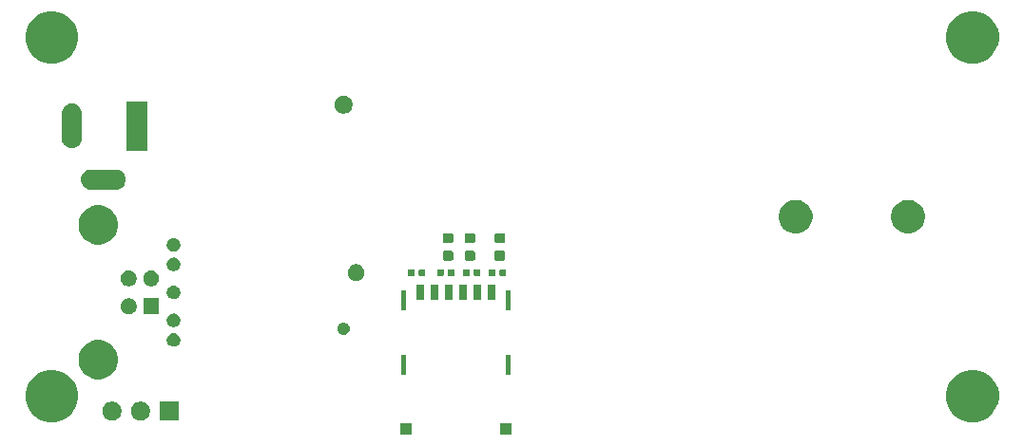
<source format=gbr>
G04 #@! TF.GenerationSoftware,KiCad,Pcbnew,(5.1.6-0-10_14)*
G04 #@! TF.CreationDate,2020-11-21T01:16:02+00:00*
G04 #@! TF.ProjectId,usb3-ngff-carrier,75736233-2d6e-4676-9666-2d6361727269,1*
G04 #@! TF.SameCoordinates,Original*
G04 #@! TF.FileFunction,Soldermask,Bot*
G04 #@! TF.FilePolarity,Negative*
%FSLAX46Y46*%
G04 Gerber Fmt 4.6, Leading zero omitted, Abs format (unit mm)*
G04 Created by KiCad (PCBNEW (5.1.6-0-10_14)) date 2020-11-21 01:16:02*
%MOMM*%
%LPD*%
G01*
G04 APERTURE LIST*
%ADD10C,0.152400*%
G04 APERTURE END LIST*
D10*
G36*
X44980000Y-39440000D02*
G01*
X43950000Y-39440000D01*
X43950000Y-38440000D01*
X44980000Y-38440000D01*
X44980000Y-39440000D01*
G37*
G36*
X36050000Y-39440000D02*
G01*
X35020000Y-39440000D01*
X35020000Y-38440000D01*
X36050000Y-38440000D01*
X36050000Y-39440000D01*
G37*
G36*
X86685470Y-33740309D02*
G01*
X87113143Y-33917457D01*
X87498038Y-34174636D01*
X87825364Y-34501962D01*
X88082543Y-34886857D01*
X88259691Y-35314530D01*
X88350000Y-35768545D01*
X88350000Y-36231455D01*
X88259691Y-36685470D01*
X88082543Y-37113143D01*
X87825364Y-37498038D01*
X87498038Y-37825364D01*
X87113143Y-38082543D01*
X86685470Y-38259691D01*
X86231455Y-38350000D01*
X85768545Y-38350000D01*
X85314530Y-38259691D01*
X84886857Y-38082543D01*
X84501962Y-37825364D01*
X84174636Y-37498038D01*
X83917457Y-37113143D01*
X83740309Y-36685470D01*
X83650000Y-36231455D01*
X83650000Y-35768545D01*
X83740309Y-35314530D01*
X83917457Y-34886857D01*
X84174636Y-34501962D01*
X84501962Y-34174636D01*
X84886857Y-33917457D01*
X85314530Y-33740309D01*
X85768545Y-33650000D01*
X86231455Y-33650000D01*
X86685470Y-33740309D01*
G37*
G36*
X4685470Y-33740309D02*
G01*
X5113143Y-33917457D01*
X5498038Y-34174636D01*
X5825364Y-34501962D01*
X6082543Y-34886857D01*
X6259691Y-35314530D01*
X6350000Y-35768545D01*
X6350000Y-36231455D01*
X6259691Y-36685470D01*
X6082543Y-37113143D01*
X5825364Y-37498038D01*
X5498038Y-37825364D01*
X5113143Y-38082543D01*
X4685470Y-38259691D01*
X4231455Y-38350000D01*
X3768545Y-38350000D01*
X3314530Y-38259691D01*
X2886857Y-38082543D01*
X2501962Y-37825364D01*
X2174636Y-37498038D01*
X1917457Y-37113143D01*
X1740309Y-36685470D01*
X1650000Y-36231455D01*
X1650000Y-35768545D01*
X1740309Y-35314530D01*
X1917457Y-34886857D01*
X2174636Y-34501962D01*
X2501962Y-34174636D01*
X2886857Y-33917457D01*
X3314530Y-33740309D01*
X3768545Y-33650000D01*
X4231455Y-33650000D01*
X4685470Y-33740309D01*
G37*
G36*
X12157936Y-36532665D02*
G01*
X12312627Y-36596739D01*
X12451845Y-36689762D01*
X12570238Y-36808155D01*
X12663261Y-36947373D01*
X12727335Y-37102064D01*
X12760000Y-37266282D01*
X12760000Y-37433718D01*
X12727335Y-37597936D01*
X12663261Y-37752627D01*
X12570238Y-37891845D01*
X12451845Y-38010238D01*
X12312627Y-38103261D01*
X12157936Y-38167335D01*
X11993718Y-38200000D01*
X11826282Y-38200000D01*
X11662064Y-38167335D01*
X11507373Y-38103261D01*
X11368155Y-38010238D01*
X11249762Y-37891845D01*
X11156739Y-37752627D01*
X11092665Y-37597936D01*
X11060000Y-37433718D01*
X11060000Y-37266282D01*
X11092665Y-37102064D01*
X11156739Y-36947373D01*
X11249762Y-36808155D01*
X11368155Y-36689762D01*
X11507373Y-36596739D01*
X11662064Y-36532665D01*
X11826282Y-36500000D01*
X11993718Y-36500000D01*
X12157936Y-36532665D01*
G37*
G36*
X15300000Y-38200000D02*
G01*
X13600000Y-38200000D01*
X13600000Y-36500000D01*
X15300000Y-36500000D01*
X15300000Y-38200000D01*
G37*
G36*
X9617936Y-36532665D02*
G01*
X9772627Y-36596739D01*
X9911845Y-36689762D01*
X10030238Y-36808155D01*
X10123261Y-36947373D01*
X10187335Y-37102064D01*
X10220000Y-37266282D01*
X10220000Y-37433718D01*
X10187335Y-37597936D01*
X10123261Y-37752627D01*
X10030238Y-37891845D01*
X9911845Y-38010238D01*
X9772627Y-38103261D01*
X9617936Y-38167335D01*
X9453718Y-38200000D01*
X9286282Y-38200000D01*
X9122064Y-38167335D01*
X8967373Y-38103261D01*
X8828155Y-38010238D01*
X8709762Y-37891845D01*
X8616739Y-37752627D01*
X8552665Y-37597936D01*
X8520000Y-37433718D01*
X8520000Y-37266282D01*
X8552665Y-37102064D01*
X8616739Y-36947373D01*
X8709762Y-36808155D01*
X8828155Y-36689762D01*
X8967373Y-36596739D01*
X9122064Y-36532665D01*
X9286282Y-36500000D01*
X9453718Y-36500000D01*
X9617936Y-36532665D01*
G37*
G36*
X8660456Y-31087251D02*
G01*
X8978936Y-31219170D01*
X9265560Y-31410686D01*
X9509314Y-31654440D01*
X9700830Y-31941064D01*
X9832749Y-32259544D01*
X9900000Y-32597640D01*
X9900000Y-32942360D01*
X9832749Y-33280456D01*
X9700830Y-33598936D01*
X9509314Y-33885560D01*
X9265560Y-34129314D01*
X8978936Y-34320830D01*
X8660456Y-34452749D01*
X8322360Y-34520000D01*
X7977640Y-34520000D01*
X7639544Y-34452749D01*
X7321064Y-34320830D01*
X7034440Y-34129314D01*
X6790686Y-33885560D01*
X6599170Y-33598936D01*
X6467251Y-33280456D01*
X6400000Y-32942360D01*
X6400000Y-32597640D01*
X6467251Y-32259544D01*
X6599170Y-31941064D01*
X6790686Y-31654440D01*
X7034440Y-31410686D01*
X7321064Y-31219170D01*
X7639544Y-31087251D01*
X7977640Y-31020000D01*
X8322360Y-31020000D01*
X8660456Y-31087251D01*
G37*
G36*
X35580000Y-34120000D02*
G01*
X35100000Y-34120000D01*
X35100000Y-32320000D01*
X35580000Y-32320000D01*
X35580000Y-34120000D01*
G37*
G36*
X44910000Y-34120000D02*
G01*
X44430000Y-34120000D01*
X44430000Y-32320000D01*
X44910000Y-32320000D01*
X44910000Y-34120000D01*
G37*
G36*
X15035014Y-30423058D02*
G01*
X15144207Y-30468286D01*
X15242479Y-30533950D01*
X15326050Y-30617521D01*
X15391714Y-30715793D01*
X15436942Y-30824986D01*
X15460000Y-30940905D01*
X15460000Y-31059095D01*
X15436942Y-31175014D01*
X15391714Y-31284207D01*
X15326050Y-31382479D01*
X15242479Y-31466050D01*
X15144207Y-31531714D01*
X15035014Y-31576942D01*
X14919095Y-31600000D01*
X14800905Y-31600000D01*
X14684986Y-31576942D01*
X14575793Y-31531714D01*
X14477521Y-31466050D01*
X14393950Y-31382479D01*
X14328286Y-31284207D01*
X14283058Y-31175014D01*
X14260000Y-31059095D01*
X14260000Y-30940905D01*
X14283058Y-30824986D01*
X14328286Y-30715793D01*
X14393950Y-30617521D01*
X14477521Y-30533950D01*
X14575793Y-30468286D01*
X14684986Y-30423058D01*
X14800905Y-30400000D01*
X14919095Y-30400000D01*
X15035014Y-30423058D01*
G37*
G36*
X30160430Y-29471136D02*
G01*
X30260522Y-29512596D01*
X30350606Y-29572788D01*
X30427212Y-29649394D01*
X30487404Y-29739478D01*
X30528864Y-29839570D01*
X30550000Y-29945829D01*
X30550000Y-30054171D01*
X30528864Y-30160430D01*
X30487404Y-30260522D01*
X30427212Y-30350606D01*
X30350606Y-30427212D01*
X30260522Y-30487404D01*
X30160430Y-30528864D01*
X30054171Y-30550000D01*
X29945829Y-30550000D01*
X29839570Y-30528864D01*
X29739478Y-30487404D01*
X29649394Y-30427212D01*
X29572788Y-30350606D01*
X29512596Y-30260522D01*
X29471136Y-30160430D01*
X29450000Y-30054171D01*
X29450000Y-29945829D01*
X29471136Y-29839570D01*
X29512596Y-29739478D01*
X29572788Y-29649394D01*
X29649394Y-29572788D01*
X29739478Y-29512596D01*
X29839570Y-29471136D01*
X29945829Y-29450000D01*
X30054171Y-29450000D01*
X30160430Y-29471136D01*
G37*
G36*
X15035014Y-28673058D02*
G01*
X15144207Y-28718286D01*
X15242479Y-28783950D01*
X15326050Y-28867521D01*
X15391714Y-28965793D01*
X15436942Y-29074986D01*
X15460000Y-29190905D01*
X15460000Y-29309095D01*
X15436942Y-29425014D01*
X15391714Y-29534207D01*
X15326050Y-29632479D01*
X15242479Y-29716050D01*
X15144207Y-29781714D01*
X15035014Y-29826942D01*
X14919095Y-29850000D01*
X14800905Y-29850000D01*
X14684986Y-29826942D01*
X14575793Y-29781714D01*
X14477521Y-29716050D01*
X14393950Y-29632479D01*
X14328286Y-29534207D01*
X14283058Y-29425014D01*
X14260000Y-29309095D01*
X14260000Y-29190905D01*
X14283058Y-29074986D01*
X14328286Y-28965793D01*
X14393950Y-28867521D01*
X14477521Y-28783950D01*
X14575793Y-28718286D01*
X14684986Y-28673058D01*
X14800905Y-28650000D01*
X14919095Y-28650000D01*
X15035014Y-28673058D01*
G37*
G36*
X11067100Y-27317285D02*
G01*
X11196311Y-27370806D01*
X11312600Y-27448508D01*
X11411492Y-27547400D01*
X11489194Y-27663689D01*
X11542715Y-27792900D01*
X11570000Y-27930071D01*
X11570000Y-28069929D01*
X11542715Y-28207100D01*
X11489194Y-28336311D01*
X11411492Y-28452600D01*
X11312600Y-28551492D01*
X11196311Y-28629194D01*
X11067100Y-28682715D01*
X10929929Y-28710000D01*
X10790071Y-28710000D01*
X10652900Y-28682715D01*
X10523689Y-28629194D01*
X10407400Y-28551492D01*
X10308508Y-28452600D01*
X10230806Y-28336311D01*
X10177285Y-28207100D01*
X10150000Y-28069929D01*
X10150000Y-27930071D01*
X10177285Y-27792900D01*
X10230806Y-27663689D01*
X10308508Y-27547400D01*
X10407400Y-27448508D01*
X10523689Y-27370806D01*
X10652900Y-27317285D01*
X10790071Y-27290000D01*
X10929929Y-27290000D01*
X11067100Y-27317285D01*
G37*
G36*
X13569999Y-28710000D02*
G01*
X12149999Y-28710000D01*
X12149999Y-27290000D01*
X13569999Y-27290000D01*
X13569999Y-28710000D01*
G37*
G36*
X44910000Y-28370000D02*
G01*
X44430000Y-28370000D01*
X44430000Y-26570000D01*
X44910000Y-26570000D01*
X44910000Y-28370000D01*
G37*
G36*
X35580000Y-28370000D02*
G01*
X35100000Y-28370000D01*
X35100000Y-26570000D01*
X35580000Y-26570000D01*
X35580000Y-28370000D01*
G37*
G36*
X43500000Y-27400000D02*
G01*
X42850000Y-27400000D01*
X42850000Y-26100000D01*
X43500000Y-26100000D01*
X43500000Y-27400000D01*
G37*
G36*
X42230000Y-27400000D02*
G01*
X41580000Y-27400000D01*
X41580000Y-26100000D01*
X42230000Y-26100000D01*
X42230000Y-27400000D01*
G37*
G36*
X40960000Y-27400000D02*
G01*
X40310000Y-27400000D01*
X40310000Y-26100000D01*
X40960000Y-26100000D01*
X40960000Y-27400000D01*
G37*
G36*
X39690000Y-27400000D02*
G01*
X39040000Y-27400000D01*
X39040000Y-26100000D01*
X39690000Y-26100000D01*
X39690000Y-27400000D01*
G37*
G36*
X38420000Y-27400000D02*
G01*
X37770000Y-27400000D01*
X37770000Y-26100000D01*
X38420000Y-26100000D01*
X38420000Y-27400000D01*
G37*
G36*
X37150000Y-27400000D02*
G01*
X36500000Y-27400000D01*
X36500000Y-26100000D01*
X37150000Y-26100000D01*
X37150000Y-27400000D01*
G37*
G36*
X15035014Y-26173058D02*
G01*
X15144207Y-26218286D01*
X15242479Y-26283950D01*
X15326050Y-26367521D01*
X15391714Y-26465793D01*
X15436942Y-26574986D01*
X15460000Y-26690905D01*
X15460000Y-26809095D01*
X15436942Y-26925014D01*
X15391714Y-27034207D01*
X15326050Y-27132479D01*
X15242479Y-27216050D01*
X15144207Y-27281714D01*
X15035014Y-27326942D01*
X14919095Y-27350000D01*
X14800905Y-27350000D01*
X14684986Y-27326942D01*
X14575793Y-27281714D01*
X14477521Y-27216050D01*
X14393950Y-27132479D01*
X14328286Y-27034207D01*
X14283058Y-26925014D01*
X14260000Y-26809095D01*
X14260000Y-26690905D01*
X14283058Y-26574986D01*
X14328286Y-26465793D01*
X14393950Y-26367521D01*
X14477521Y-26283950D01*
X14575793Y-26218286D01*
X14684986Y-26173058D01*
X14800905Y-26150000D01*
X14919095Y-26150000D01*
X15035014Y-26173058D01*
G37*
G36*
X11067100Y-24817285D02*
G01*
X11196311Y-24870806D01*
X11312600Y-24948508D01*
X11411492Y-25047400D01*
X11489194Y-25163689D01*
X11542715Y-25292900D01*
X11570000Y-25430071D01*
X11570000Y-25569929D01*
X11542715Y-25707100D01*
X11489194Y-25836311D01*
X11411492Y-25952600D01*
X11312600Y-26051492D01*
X11196311Y-26129194D01*
X11067100Y-26182715D01*
X10929929Y-26210000D01*
X10790071Y-26210000D01*
X10652900Y-26182715D01*
X10523689Y-26129194D01*
X10407400Y-26051492D01*
X10308508Y-25952600D01*
X10230806Y-25836311D01*
X10177285Y-25707100D01*
X10150000Y-25569929D01*
X10150000Y-25430071D01*
X10177285Y-25292900D01*
X10230806Y-25163689D01*
X10308508Y-25047400D01*
X10407400Y-24948508D01*
X10523689Y-24870806D01*
X10652900Y-24817285D01*
X10790071Y-24790000D01*
X10929929Y-24790000D01*
X11067100Y-24817285D01*
G37*
G36*
X13067099Y-24817285D02*
G01*
X13196310Y-24870806D01*
X13312599Y-24948508D01*
X13411491Y-25047400D01*
X13489193Y-25163689D01*
X13542714Y-25292900D01*
X13569999Y-25430071D01*
X13569999Y-25569929D01*
X13542714Y-25707100D01*
X13489193Y-25836311D01*
X13411491Y-25952600D01*
X13312599Y-26051492D01*
X13196310Y-26129194D01*
X13067099Y-26182715D01*
X12929928Y-26210000D01*
X12790070Y-26210000D01*
X12652899Y-26182715D01*
X12523688Y-26129194D01*
X12407399Y-26051492D01*
X12308507Y-25952600D01*
X12230805Y-25836311D01*
X12177284Y-25707100D01*
X12149999Y-25569929D01*
X12149999Y-25430071D01*
X12177284Y-25292900D01*
X12230805Y-25163689D01*
X12308507Y-25047400D01*
X12407399Y-24948508D01*
X12523688Y-24870806D01*
X12652899Y-24817285D01*
X12790070Y-24790000D01*
X12929928Y-24790000D01*
X13067099Y-24817285D01*
G37*
G36*
X31318768Y-24278822D02*
G01*
X31455258Y-24335358D01*
X31578099Y-24417438D01*
X31682562Y-24521901D01*
X31764642Y-24644742D01*
X31821178Y-24781232D01*
X31850000Y-24926131D01*
X31850000Y-25073869D01*
X31821178Y-25218768D01*
X31764642Y-25355258D01*
X31682562Y-25478099D01*
X31578099Y-25582562D01*
X31455258Y-25664642D01*
X31318768Y-25721178D01*
X31173869Y-25750000D01*
X31026131Y-25750000D01*
X30881232Y-25721178D01*
X30744742Y-25664642D01*
X30621901Y-25582562D01*
X30517438Y-25478099D01*
X30435358Y-25355258D01*
X30378822Y-25218768D01*
X30350000Y-25073869D01*
X30350000Y-24926131D01*
X30378822Y-24781232D01*
X30435358Y-24644742D01*
X30517438Y-24521901D01*
X30621901Y-24417438D01*
X30744742Y-24335358D01*
X30881232Y-24278822D01*
X31026131Y-24250000D01*
X31173869Y-24250000D01*
X31318768Y-24278822D01*
G37*
G36*
X38811669Y-24682586D02*
G01*
X38834535Y-24689523D01*
X38855596Y-24700780D01*
X38874064Y-24715936D01*
X38889220Y-24734404D01*
X38900477Y-24755465D01*
X38907414Y-24778331D01*
X38910000Y-24804591D01*
X38910000Y-25195409D01*
X38907414Y-25221669D01*
X38900477Y-25244535D01*
X38889220Y-25265596D01*
X38874064Y-25284064D01*
X38855596Y-25299220D01*
X38834535Y-25310477D01*
X38811669Y-25317414D01*
X38785409Y-25320000D01*
X38444591Y-25320000D01*
X38418331Y-25317414D01*
X38395465Y-25310477D01*
X38374404Y-25299220D01*
X38355936Y-25284064D01*
X38340780Y-25265596D01*
X38329523Y-25244535D01*
X38322586Y-25221669D01*
X38320000Y-25195409D01*
X38320000Y-24804591D01*
X38322586Y-24778331D01*
X38329523Y-24755465D01*
X38340780Y-24734404D01*
X38355936Y-24715936D01*
X38374404Y-24700780D01*
X38395465Y-24689523D01*
X38418331Y-24682586D01*
X38444591Y-24680000D01*
X38785409Y-24680000D01*
X38811669Y-24682586D01*
G37*
G36*
X39781669Y-24682586D02*
G01*
X39804535Y-24689523D01*
X39825596Y-24700780D01*
X39844064Y-24715936D01*
X39859220Y-24734404D01*
X39870477Y-24755465D01*
X39877414Y-24778331D01*
X39880000Y-24804591D01*
X39880000Y-25195409D01*
X39877414Y-25221669D01*
X39870477Y-25244535D01*
X39859220Y-25265596D01*
X39844064Y-25284064D01*
X39825596Y-25299220D01*
X39804535Y-25310477D01*
X39781669Y-25317414D01*
X39755409Y-25320000D01*
X39414591Y-25320000D01*
X39388331Y-25317414D01*
X39365465Y-25310477D01*
X39344404Y-25299220D01*
X39325936Y-25284064D01*
X39310780Y-25265596D01*
X39299523Y-25244535D01*
X39292586Y-25221669D01*
X39290000Y-25195409D01*
X39290000Y-24804591D01*
X39292586Y-24778331D01*
X39299523Y-24755465D01*
X39310780Y-24734404D01*
X39325936Y-24715936D01*
X39344404Y-24700780D01*
X39365465Y-24689523D01*
X39388331Y-24682586D01*
X39414591Y-24680000D01*
X39755409Y-24680000D01*
X39781669Y-24682586D01*
G37*
G36*
X36211669Y-24682586D02*
G01*
X36234535Y-24689523D01*
X36255596Y-24700780D01*
X36274064Y-24715936D01*
X36289220Y-24734404D01*
X36300477Y-24755465D01*
X36307414Y-24778331D01*
X36310000Y-24804591D01*
X36310000Y-25195409D01*
X36307414Y-25221669D01*
X36300477Y-25244535D01*
X36289220Y-25265596D01*
X36274064Y-25284064D01*
X36255596Y-25299220D01*
X36234535Y-25310477D01*
X36211669Y-25317414D01*
X36185409Y-25320000D01*
X35844591Y-25320000D01*
X35818331Y-25317414D01*
X35795465Y-25310477D01*
X35774404Y-25299220D01*
X35755936Y-25284064D01*
X35740780Y-25265596D01*
X35729523Y-25244535D01*
X35722586Y-25221669D01*
X35720000Y-25195409D01*
X35720000Y-24804591D01*
X35722586Y-24778331D01*
X35729523Y-24755465D01*
X35740780Y-24734404D01*
X35755936Y-24715936D01*
X35774404Y-24700780D01*
X35795465Y-24689523D01*
X35818331Y-24682586D01*
X35844591Y-24680000D01*
X36185409Y-24680000D01*
X36211669Y-24682586D01*
G37*
G36*
X37181669Y-24682586D02*
G01*
X37204535Y-24689523D01*
X37225596Y-24700780D01*
X37244064Y-24715936D01*
X37259220Y-24734404D01*
X37270477Y-24755465D01*
X37277414Y-24778331D01*
X37280000Y-24804591D01*
X37280000Y-25195409D01*
X37277414Y-25221669D01*
X37270477Y-25244535D01*
X37259220Y-25265596D01*
X37244064Y-25284064D01*
X37225596Y-25299220D01*
X37204535Y-25310477D01*
X37181669Y-25317414D01*
X37155409Y-25320000D01*
X36814591Y-25320000D01*
X36788331Y-25317414D01*
X36765465Y-25310477D01*
X36744404Y-25299220D01*
X36725936Y-25284064D01*
X36710780Y-25265596D01*
X36699523Y-25244535D01*
X36692586Y-25221669D01*
X36690000Y-25195409D01*
X36690000Y-24804591D01*
X36692586Y-24778331D01*
X36699523Y-24755465D01*
X36710780Y-24734404D01*
X36725936Y-24715936D01*
X36744404Y-24700780D01*
X36765465Y-24689523D01*
X36788331Y-24682586D01*
X36814591Y-24680000D01*
X37155409Y-24680000D01*
X37181669Y-24682586D01*
G37*
G36*
X42081669Y-24682586D02*
G01*
X42104535Y-24689523D01*
X42125596Y-24700780D01*
X42144064Y-24715936D01*
X42159220Y-24734404D01*
X42170477Y-24755465D01*
X42177414Y-24778331D01*
X42180000Y-24804591D01*
X42180000Y-25195409D01*
X42177414Y-25221669D01*
X42170477Y-25244535D01*
X42159220Y-25265596D01*
X42144064Y-25284064D01*
X42125596Y-25299220D01*
X42104535Y-25310477D01*
X42081669Y-25317414D01*
X42055409Y-25320000D01*
X41714591Y-25320000D01*
X41688331Y-25317414D01*
X41665465Y-25310477D01*
X41644404Y-25299220D01*
X41625936Y-25284064D01*
X41610780Y-25265596D01*
X41599523Y-25244535D01*
X41592586Y-25221669D01*
X41590000Y-25195409D01*
X41590000Y-24804591D01*
X41592586Y-24778331D01*
X41599523Y-24755465D01*
X41610780Y-24734404D01*
X41625936Y-24715936D01*
X41644404Y-24700780D01*
X41665465Y-24689523D01*
X41688331Y-24682586D01*
X41714591Y-24680000D01*
X42055409Y-24680000D01*
X42081669Y-24682586D01*
G37*
G36*
X41111669Y-24682586D02*
G01*
X41134535Y-24689523D01*
X41155596Y-24700780D01*
X41174064Y-24715936D01*
X41189220Y-24734404D01*
X41200477Y-24755465D01*
X41207414Y-24778331D01*
X41210000Y-24804591D01*
X41210000Y-25195409D01*
X41207414Y-25221669D01*
X41200477Y-25244535D01*
X41189220Y-25265596D01*
X41174064Y-25284064D01*
X41155596Y-25299220D01*
X41134535Y-25310477D01*
X41111669Y-25317414D01*
X41085409Y-25320000D01*
X40744591Y-25320000D01*
X40718331Y-25317414D01*
X40695465Y-25310477D01*
X40674404Y-25299220D01*
X40655936Y-25284064D01*
X40640780Y-25265596D01*
X40629523Y-25244535D01*
X40622586Y-25221669D01*
X40620000Y-25195409D01*
X40620000Y-24804591D01*
X40622586Y-24778331D01*
X40629523Y-24755465D01*
X40640780Y-24734404D01*
X40655936Y-24715936D01*
X40674404Y-24700780D01*
X40695465Y-24689523D01*
X40718331Y-24682586D01*
X40744591Y-24680000D01*
X41085409Y-24680000D01*
X41111669Y-24682586D01*
G37*
G36*
X43411669Y-24682586D02*
G01*
X43434535Y-24689523D01*
X43455596Y-24700780D01*
X43474064Y-24715936D01*
X43489220Y-24734404D01*
X43500477Y-24755465D01*
X43507414Y-24778331D01*
X43510000Y-24804591D01*
X43510000Y-25195409D01*
X43507414Y-25221669D01*
X43500477Y-25244535D01*
X43489220Y-25265596D01*
X43474064Y-25284064D01*
X43455596Y-25299220D01*
X43434535Y-25310477D01*
X43411669Y-25317414D01*
X43385409Y-25320000D01*
X43044591Y-25320000D01*
X43018331Y-25317414D01*
X42995465Y-25310477D01*
X42974404Y-25299220D01*
X42955936Y-25284064D01*
X42940780Y-25265596D01*
X42929523Y-25244535D01*
X42922586Y-25221669D01*
X42920000Y-25195409D01*
X42920000Y-24804591D01*
X42922586Y-24778331D01*
X42929523Y-24755465D01*
X42940780Y-24734404D01*
X42955936Y-24715936D01*
X42974404Y-24700780D01*
X42995465Y-24689523D01*
X43018331Y-24682586D01*
X43044591Y-24680000D01*
X43385409Y-24680000D01*
X43411669Y-24682586D01*
G37*
G36*
X44381669Y-24682586D02*
G01*
X44404535Y-24689523D01*
X44425596Y-24700780D01*
X44444064Y-24715936D01*
X44459220Y-24734404D01*
X44470477Y-24755465D01*
X44477414Y-24778331D01*
X44480000Y-24804591D01*
X44480000Y-25195409D01*
X44477414Y-25221669D01*
X44470477Y-25244535D01*
X44459220Y-25265596D01*
X44444064Y-25284064D01*
X44425596Y-25299220D01*
X44404535Y-25310477D01*
X44381669Y-25317414D01*
X44355409Y-25320000D01*
X44014591Y-25320000D01*
X43988331Y-25317414D01*
X43965465Y-25310477D01*
X43944404Y-25299220D01*
X43925936Y-25284064D01*
X43910780Y-25265596D01*
X43899523Y-25244535D01*
X43892586Y-25221669D01*
X43890000Y-25195409D01*
X43890000Y-24804591D01*
X43892586Y-24778331D01*
X43899523Y-24755465D01*
X43910780Y-24734404D01*
X43925936Y-24715936D01*
X43944404Y-24700780D01*
X43965465Y-24689523D01*
X43988331Y-24682586D01*
X44014591Y-24680000D01*
X44355409Y-24680000D01*
X44381669Y-24682586D01*
G37*
G36*
X15035014Y-23673058D02*
G01*
X15144207Y-23718286D01*
X15242479Y-23783950D01*
X15326050Y-23867521D01*
X15391714Y-23965793D01*
X15436942Y-24074986D01*
X15460000Y-24190905D01*
X15460000Y-24309095D01*
X15436942Y-24425014D01*
X15391714Y-24534207D01*
X15326050Y-24632479D01*
X15242479Y-24716050D01*
X15144207Y-24781714D01*
X15035014Y-24826942D01*
X14919095Y-24850000D01*
X14800905Y-24850000D01*
X14684986Y-24826942D01*
X14575793Y-24781714D01*
X14477521Y-24716050D01*
X14393950Y-24632479D01*
X14328286Y-24534207D01*
X14283058Y-24425014D01*
X14260000Y-24309095D01*
X14260000Y-24190905D01*
X14283058Y-24074986D01*
X14328286Y-23965793D01*
X14393950Y-23867521D01*
X14477521Y-23783950D01*
X14575793Y-23718286D01*
X14684986Y-23673058D01*
X14800905Y-23650000D01*
X14919095Y-23650000D01*
X15035014Y-23673058D01*
G37*
G36*
X39619322Y-23053956D02*
G01*
X39655544Y-23064944D01*
X39688934Y-23082791D01*
X39718195Y-23106805D01*
X39742209Y-23136066D01*
X39760056Y-23169456D01*
X39771044Y-23205678D01*
X39775000Y-23245841D01*
X39775000Y-23729159D01*
X39771044Y-23769322D01*
X39760056Y-23805544D01*
X39742209Y-23838934D01*
X39718195Y-23868195D01*
X39688934Y-23892209D01*
X39655544Y-23910056D01*
X39619322Y-23921044D01*
X39579159Y-23925000D01*
X39020841Y-23925000D01*
X38980678Y-23921044D01*
X38944456Y-23910056D01*
X38911066Y-23892209D01*
X38881805Y-23868195D01*
X38857791Y-23838934D01*
X38839944Y-23805544D01*
X38828956Y-23769322D01*
X38825000Y-23729159D01*
X38825000Y-23245841D01*
X38828956Y-23205678D01*
X38839944Y-23169456D01*
X38857791Y-23136066D01*
X38881805Y-23106805D01*
X38911066Y-23082791D01*
X38944456Y-23064944D01*
X38980678Y-23053956D01*
X39020841Y-23050000D01*
X39579159Y-23050000D01*
X39619322Y-23053956D01*
G37*
G36*
X44219322Y-23053956D02*
G01*
X44255544Y-23064944D01*
X44288934Y-23082791D01*
X44318195Y-23106805D01*
X44342209Y-23136066D01*
X44360056Y-23169456D01*
X44371044Y-23205678D01*
X44375000Y-23245841D01*
X44375000Y-23729159D01*
X44371044Y-23769322D01*
X44360056Y-23805544D01*
X44342209Y-23838934D01*
X44318195Y-23868195D01*
X44288934Y-23892209D01*
X44255544Y-23910056D01*
X44219322Y-23921044D01*
X44179159Y-23925000D01*
X43620841Y-23925000D01*
X43580678Y-23921044D01*
X43544456Y-23910056D01*
X43511066Y-23892209D01*
X43481805Y-23868195D01*
X43457791Y-23838934D01*
X43439944Y-23805544D01*
X43428956Y-23769322D01*
X43425000Y-23729159D01*
X43425000Y-23245841D01*
X43428956Y-23205678D01*
X43439944Y-23169456D01*
X43457791Y-23136066D01*
X43481805Y-23106805D01*
X43511066Y-23082791D01*
X43544456Y-23064944D01*
X43580678Y-23053956D01*
X43620841Y-23050000D01*
X44179159Y-23050000D01*
X44219322Y-23053956D01*
G37*
G36*
X41569322Y-23053956D02*
G01*
X41605544Y-23064944D01*
X41638934Y-23082791D01*
X41668195Y-23106805D01*
X41692209Y-23136066D01*
X41710056Y-23169456D01*
X41721044Y-23205678D01*
X41725000Y-23245841D01*
X41725000Y-23729159D01*
X41721044Y-23769322D01*
X41710056Y-23805544D01*
X41692209Y-23838934D01*
X41668195Y-23868195D01*
X41638934Y-23892209D01*
X41605544Y-23910056D01*
X41569322Y-23921044D01*
X41529159Y-23925000D01*
X40970841Y-23925000D01*
X40930678Y-23921044D01*
X40894456Y-23910056D01*
X40861066Y-23892209D01*
X40831805Y-23868195D01*
X40807791Y-23838934D01*
X40789944Y-23805544D01*
X40778956Y-23769322D01*
X40775000Y-23729159D01*
X40775000Y-23245841D01*
X40778956Y-23205678D01*
X40789944Y-23169456D01*
X40807791Y-23136066D01*
X40831805Y-23106805D01*
X40861066Y-23082791D01*
X40894456Y-23064944D01*
X40930678Y-23053956D01*
X40970841Y-23050000D01*
X41529159Y-23050000D01*
X41569322Y-23053956D01*
G37*
G36*
X15035014Y-21923058D02*
G01*
X15144207Y-21968286D01*
X15242479Y-22033950D01*
X15326050Y-22117521D01*
X15391714Y-22215793D01*
X15436942Y-22324986D01*
X15460000Y-22440905D01*
X15460000Y-22559095D01*
X15436942Y-22675014D01*
X15391714Y-22784207D01*
X15326050Y-22882479D01*
X15242479Y-22966050D01*
X15144207Y-23031714D01*
X15059859Y-23066651D01*
X15035014Y-23076942D01*
X14919095Y-23100000D01*
X14800905Y-23100000D01*
X14684986Y-23076942D01*
X14660141Y-23066651D01*
X14575793Y-23031714D01*
X14477521Y-22966050D01*
X14393950Y-22882479D01*
X14328286Y-22784207D01*
X14283058Y-22675014D01*
X14260000Y-22559095D01*
X14260000Y-22440905D01*
X14283058Y-22324986D01*
X14328286Y-22215793D01*
X14393950Y-22117521D01*
X14477521Y-22033950D01*
X14575793Y-21968286D01*
X14684986Y-21923058D01*
X14800905Y-21900000D01*
X14919095Y-21900000D01*
X15035014Y-21923058D01*
G37*
G36*
X8660456Y-19047251D02*
G01*
X8978936Y-19179170D01*
X9265560Y-19370686D01*
X9509314Y-19614440D01*
X9700830Y-19901064D01*
X9832749Y-20219544D01*
X9900000Y-20557640D01*
X9900000Y-20902360D01*
X9832749Y-21240456D01*
X9700830Y-21558936D01*
X9509314Y-21845560D01*
X9265560Y-22089314D01*
X8978936Y-22280830D01*
X8660456Y-22412749D01*
X8322360Y-22480000D01*
X7977640Y-22480000D01*
X7639544Y-22412749D01*
X7321064Y-22280830D01*
X7034440Y-22089314D01*
X6790686Y-21845560D01*
X6599170Y-21558936D01*
X6467251Y-21240456D01*
X6400000Y-20902360D01*
X6400000Y-20557640D01*
X6467251Y-20219544D01*
X6599170Y-19901064D01*
X6790686Y-19614440D01*
X7034440Y-19370686D01*
X7321064Y-19179170D01*
X7639544Y-19047251D01*
X7977640Y-18980000D01*
X8322360Y-18980000D01*
X8660456Y-19047251D01*
G37*
G36*
X39619322Y-21478956D02*
G01*
X39655544Y-21489944D01*
X39688934Y-21507791D01*
X39718195Y-21531805D01*
X39742209Y-21561066D01*
X39760056Y-21594456D01*
X39771044Y-21630678D01*
X39775000Y-21670841D01*
X39775000Y-22154159D01*
X39771044Y-22194322D01*
X39760056Y-22230544D01*
X39742209Y-22263934D01*
X39718195Y-22293195D01*
X39688934Y-22317209D01*
X39655544Y-22335056D01*
X39619322Y-22346044D01*
X39579159Y-22350000D01*
X39020841Y-22350000D01*
X38980678Y-22346044D01*
X38944456Y-22335056D01*
X38911066Y-22317209D01*
X38881805Y-22293195D01*
X38857791Y-22263934D01*
X38839944Y-22230544D01*
X38828956Y-22194322D01*
X38825000Y-22154159D01*
X38825000Y-21670841D01*
X38828956Y-21630678D01*
X38839944Y-21594456D01*
X38857791Y-21561066D01*
X38881805Y-21531805D01*
X38911066Y-21507791D01*
X38944456Y-21489944D01*
X38980678Y-21478956D01*
X39020841Y-21475000D01*
X39579159Y-21475000D01*
X39619322Y-21478956D01*
G37*
G36*
X44219322Y-21478956D02*
G01*
X44255544Y-21489944D01*
X44288934Y-21507791D01*
X44318195Y-21531805D01*
X44342209Y-21561066D01*
X44360056Y-21594456D01*
X44371044Y-21630678D01*
X44375000Y-21670841D01*
X44375000Y-22154159D01*
X44371044Y-22194322D01*
X44360056Y-22230544D01*
X44342209Y-22263934D01*
X44318195Y-22293195D01*
X44288934Y-22317209D01*
X44255544Y-22335056D01*
X44219322Y-22346044D01*
X44179159Y-22350000D01*
X43620841Y-22350000D01*
X43580678Y-22346044D01*
X43544456Y-22335056D01*
X43511066Y-22317209D01*
X43481805Y-22293195D01*
X43457791Y-22263934D01*
X43439944Y-22230544D01*
X43428956Y-22194322D01*
X43425000Y-22154159D01*
X43425000Y-21670841D01*
X43428956Y-21630678D01*
X43439944Y-21594456D01*
X43457791Y-21561066D01*
X43481805Y-21531805D01*
X43511066Y-21507791D01*
X43544456Y-21489944D01*
X43580678Y-21478956D01*
X43620841Y-21475000D01*
X44179159Y-21475000D01*
X44219322Y-21478956D01*
G37*
G36*
X41569322Y-21478956D02*
G01*
X41605544Y-21489944D01*
X41638934Y-21507791D01*
X41668195Y-21531805D01*
X41692209Y-21561066D01*
X41710056Y-21594456D01*
X41721044Y-21630678D01*
X41725000Y-21670841D01*
X41725000Y-22154159D01*
X41721044Y-22194322D01*
X41710056Y-22230544D01*
X41692209Y-22263934D01*
X41668195Y-22293195D01*
X41638934Y-22317209D01*
X41605544Y-22335056D01*
X41569322Y-22346044D01*
X41529159Y-22350000D01*
X40970841Y-22350000D01*
X40930678Y-22346044D01*
X40894456Y-22335056D01*
X40861066Y-22317209D01*
X40831805Y-22293195D01*
X40807791Y-22263934D01*
X40789944Y-22230544D01*
X40778956Y-22194322D01*
X40775000Y-22154159D01*
X40775000Y-21670841D01*
X40778956Y-21630678D01*
X40789944Y-21594456D01*
X40807791Y-21561066D01*
X40831805Y-21531805D01*
X40861066Y-21507791D01*
X40894456Y-21489944D01*
X40930678Y-21478956D01*
X40970841Y-21475000D01*
X41529159Y-21475000D01*
X41569322Y-21478956D01*
G37*
G36*
X70687534Y-18557644D02*
G01*
X70960517Y-18670716D01*
X71206196Y-18834874D01*
X71415126Y-19043804D01*
X71579284Y-19289483D01*
X71692356Y-19562466D01*
X71750000Y-19852263D01*
X71750000Y-20147737D01*
X71692356Y-20437534D01*
X71579284Y-20710517D01*
X71415126Y-20956196D01*
X71206196Y-21165126D01*
X70960517Y-21329284D01*
X70687534Y-21442356D01*
X70397737Y-21500000D01*
X70102263Y-21500000D01*
X69812466Y-21442356D01*
X69539483Y-21329284D01*
X69293804Y-21165126D01*
X69084874Y-20956196D01*
X68920716Y-20710517D01*
X68807644Y-20437534D01*
X68750000Y-20147737D01*
X68750000Y-19852263D01*
X68807644Y-19562466D01*
X68920716Y-19289483D01*
X69084874Y-19043804D01*
X69293804Y-18834874D01*
X69539483Y-18670716D01*
X69812466Y-18557644D01*
X70102263Y-18500000D01*
X70397737Y-18500000D01*
X70687534Y-18557644D01*
G37*
G36*
X80687534Y-18557644D02*
G01*
X80960517Y-18670716D01*
X81206196Y-18834874D01*
X81415126Y-19043804D01*
X81579284Y-19289483D01*
X81692356Y-19562466D01*
X81750000Y-19852263D01*
X81750000Y-20147737D01*
X81692356Y-20437534D01*
X81579284Y-20710517D01*
X81415126Y-20956196D01*
X81206196Y-21165126D01*
X80960517Y-21329284D01*
X80687534Y-21442356D01*
X80397737Y-21500000D01*
X80102263Y-21500000D01*
X79812466Y-21442356D01*
X79539483Y-21329284D01*
X79293804Y-21165126D01*
X79084874Y-20956196D01*
X78920716Y-20710517D01*
X78807644Y-20437534D01*
X78750000Y-20147737D01*
X78750000Y-19852263D01*
X78807644Y-19562466D01*
X78920716Y-19289483D01*
X79084874Y-19043804D01*
X79293804Y-18834874D01*
X79539483Y-18670716D01*
X79812466Y-18557644D01*
X80102263Y-18500000D01*
X80397737Y-18500000D01*
X80687534Y-18557644D01*
G37*
G36*
X9876427Y-15813022D02*
G01*
X9876430Y-15813023D01*
X9876431Y-15813023D01*
X9916208Y-15825089D01*
X10046080Y-15864485D01*
X10124257Y-15906272D01*
X10202432Y-15948057D01*
X10202434Y-15948058D01*
X10202433Y-15948058D01*
X10339475Y-16060525D01*
X10451942Y-16197567D01*
X10535515Y-16353920D01*
X10586978Y-16523573D01*
X10604355Y-16700000D01*
X10586978Y-16876427D01*
X10535515Y-17046080D01*
X10535514Y-17046081D01*
X10451943Y-17202432D01*
X10339475Y-17339475D01*
X10202432Y-17451943D01*
X10046080Y-17535515D01*
X9916208Y-17574911D01*
X9876431Y-17586977D01*
X9876430Y-17586977D01*
X9876427Y-17586978D01*
X9744212Y-17600000D01*
X7455788Y-17600000D01*
X7323573Y-17586978D01*
X7323570Y-17586977D01*
X7323569Y-17586977D01*
X7283792Y-17574911D01*
X7153920Y-17535515D01*
X6997568Y-17451943D01*
X6860525Y-17339475D01*
X6748057Y-17202432D01*
X6664486Y-17046081D01*
X6664485Y-17046080D01*
X6613022Y-16876427D01*
X6595645Y-16700000D01*
X6613022Y-16523573D01*
X6664485Y-16353920D01*
X6748058Y-16197567D01*
X6860525Y-16060525D01*
X6997567Y-15948058D01*
X6997566Y-15948058D01*
X6997568Y-15948057D01*
X7153920Y-15864485D01*
X7283792Y-15825089D01*
X7323569Y-15813023D01*
X7323570Y-15813023D01*
X7323573Y-15813022D01*
X7455788Y-15800000D01*
X9744212Y-15800000D01*
X9876427Y-15813022D01*
G37*
G36*
X12500000Y-14100000D02*
G01*
X10700000Y-14100000D01*
X10700000Y-9700000D01*
X12500000Y-9700000D01*
X12500000Y-14100000D01*
G37*
G36*
X5976427Y-9913022D02*
G01*
X5976430Y-9913023D01*
X5976431Y-9913023D01*
X6003410Y-9921207D01*
X6146080Y-9964485D01*
X6302432Y-10048057D01*
X6302434Y-10048058D01*
X6302433Y-10048058D01*
X6439475Y-10160525D01*
X6551942Y-10297567D01*
X6635515Y-10453920D01*
X6686978Y-10623573D01*
X6700000Y-10755788D01*
X6700000Y-13044212D01*
X6686978Y-13176427D01*
X6635515Y-13346080D01*
X6635514Y-13346081D01*
X6551944Y-13502431D01*
X6551942Y-13502433D01*
X6439475Y-13639475D01*
X6302431Y-13751943D01*
X6146081Y-13835514D01*
X6046486Y-13865726D01*
X5976430Y-13886977D01*
X5976429Y-13886977D01*
X5976426Y-13886978D01*
X5800000Y-13904355D01*
X5623573Y-13886978D01*
X5623570Y-13886977D01*
X5623569Y-13886977D01*
X5583792Y-13874911D01*
X5453920Y-13835515D01*
X5375743Y-13793728D01*
X5297568Y-13751943D01*
X5160525Y-13639475D01*
X5048057Y-13502431D01*
X4964486Y-13346081D01*
X4934274Y-13246486D01*
X4913023Y-13176430D01*
X4913023Y-13176429D01*
X4913022Y-13176426D01*
X4900000Y-13044211D01*
X4900001Y-10755788D01*
X4913023Y-10623573D01*
X4964486Y-10453920D01*
X5048059Y-10297567D01*
X5160526Y-10160525D01*
X5297568Y-10048058D01*
X5297567Y-10048058D01*
X5297569Y-10048057D01*
X5453921Y-9964485D01*
X5596591Y-9921207D01*
X5623570Y-9913023D01*
X5623571Y-9913023D01*
X5623574Y-9913022D01*
X5800000Y-9895645D01*
X5976427Y-9913022D01*
G37*
G36*
X30233352Y-9230743D02*
G01*
X30378940Y-9291047D01*
X30509974Y-9378602D01*
X30621398Y-9490026D01*
X30708953Y-9621060D01*
X30769257Y-9766648D01*
X30800000Y-9921207D01*
X30800000Y-10078793D01*
X30769257Y-10233352D01*
X30708953Y-10378940D01*
X30621398Y-10509974D01*
X30509974Y-10621398D01*
X30378940Y-10708953D01*
X30233352Y-10769257D01*
X30078793Y-10800000D01*
X29921207Y-10800000D01*
X29766648Y-10769257D01*
X29621060Y-10708953D01*
X29490026Y-10621398D01*
X29378602Y-10509974D01*
X29291047Y-10378940D01*
X29230743Y-10233352D01*
X29200000Y-10078793D01*
X29200000Y-9921207D01*
X29230743Y-9766648D01*
X29291047Y-9621060D01*
X29378602Y-9490026D01*
X29490026Y-9378602D01*
X29621060Y-9291047D01*
X29766648Y-9230743D01*
X29921207Y-9200000D01*
X30078793Y-9200000D01*
X30233352Y-9230743D01*
G37*
G36*
X4685470Y-1740309D02*
G01*
X5113143Y-1917457D01*
X5498038Y-2174636D01*
X5825364Y-2501962D01*
X6082543Y-2886857D01*
X6259691Y-3314530D01*
X6350000Y-3768545D01*
X6350000Y-4231455D01*
X6259691Y-4685470D01*
X6082543Y-5113143D01*
X5825364Y-5498038D01*
X5498038Y-5825364D01*
X5113143Y-6082543D01*
X4685470Y-6259691D01*
X4231455Y-6350000D01*
X3768545Y-6350000D01*
X3314530Y-6259691D01*
X2886857Y-6082543D01*
X2501962Y-5825364D01*
X2174636Y-5498038D01*
X1917457Y-5113143D01*
X1740309Y-4685470D01*
X1650000Y-4231455D01*
X1650000Y-3768545D01*
X1740309Y-3314530D01*
X1917457Y-2886857D01*
X2174636Y-2501962D01*
X2501962Y-2174636D01*
X2886857Y-1917457D01*
X3314530Y-1740309D01*
X3768545Y-1650000D01*
X4231455Y-1650000D01*
X4685470Y-1740309D01*
G37*
G36*
X86685470Y-1740309D02*
G01*
X87113143Y-1917457D01*
X87498038Y-2174636D01*
X87825364Y-2501962D01*
X88082543Y-2886857D01*
X88259691Y-3314530D01*
X88350000Y-3768545D01*
X88350000Y-4231455D01*
X88259691Y-4685470D01*
X88082543Y-5113143D01*
X87825364Y-5498038D01*
X87498038Y-5825364D01*
X87113143Y-6082543D01*
X86685470Y-6259691D01*
X86231455Y-6350000D01*
X85768545Y-6350000D01*
X85314530Y-6259691D01*
X84886857Y-6082543D01*
X84501962Y-5825364D01*
X84174636Y-5498038D01*
X83917457Y-5113143D01*
X83740309Y-4685470D01*
X83650000Y-4231455D01*
X83650000Y-3768545D01*
X83740309Y-3314530D01*
X83917457Y-2886857D01*
X84174636Y-2501962D01*
X84501962Y-2174636D01*
X84886857Y-1917457D01*
X85314530Y-1740309D01*
X85768545Y-1650000D01*
X86231455Y-1650000D01*
X86685470Y-1740309D01*
G37*
M02*

</source>
